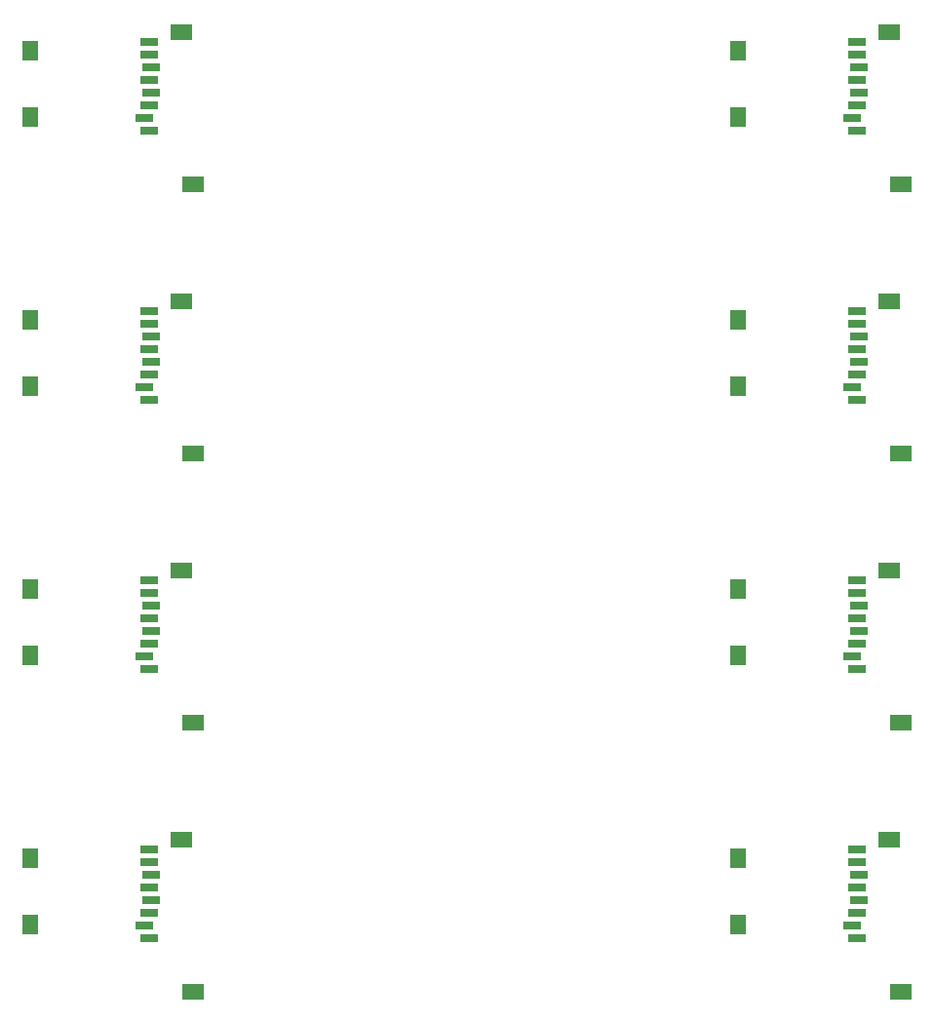
<source format=gbp>
G04 EAGLE Gerber RS-274X export*
G75*
%MOMM*%
%FSLAX34Y34*%
%LPD*%
%INSolderpaste Bottom*%
%IPPOS*%
%AMOC8*
5,1,8,0,0,1.08239X$1,22.5*%
G01*
%ADD10R,1.400000X1.800000*%
%ADD11R,1.900000X1.400000*%
%ADD12R,1.500000X0.800000*%


D10*
X387540Y91410D03*
X387540Y148410D03*
D11*
X519040Y164410D03*
X529040Y32910D03*
D12*
X490540Y79510D03*
X486540Y90510D03*
X490540Y101510D03*
X492540Y112510D03*
X490540Y123510D03*
X492540Y134510D03*
X490540Y145510D03*
X490540Y156510D03*
D10*
X1002220Y91410D03*
X1002220Y148410D03*
D11*
X1133720Y164410D03*
X1143720Y32910D03*
D12*
X1105220Y79510D03*
X1101220Y90510D03*
X1105220Y101510D03*
X1107220Y112510D03*
X1105220Y123510D03*
X1107220Y134510D03*
X1105220Y145510D03*
X1105220Y156510D03*
D10*
X387540Y325090D03*
X387540Y382090D03*
D11*
X519040Y398090D03*
X529040Y266590D03*
D12*
X490540Y313190D03*
X486540Y324190D03*
X490540Y335190D03*
X492540Y346190D03*
X490540Y357190D03*
X492540Y368190D03*
X490540Y379190D03*
X490540Y390190D03*
D10*
X1002220Y325090D03*
X1002220Y382090D03*
D11*
X1133720Y398090D03*
X1143720Y266590D03*
D12*
X1105220Y313190D03*
X1101220Y324190D03*
X1105220Y335190D03*
X1107220Y346190D03*
X1105220Y357190D03*
X1107220Y368190D03*
X1105220Y379190D03*
X1105220Y390190D03*
D10*
X387540Y558770D03*
X387540Y615770D03*
D11*
X519040Y631770D03*
X529040Y500270D03*
D12*
X490540Y546870D03*
X486540Y557870D03*
X490540Y568870D03*
X492540Y579870D03*
X490540Y590870D03*
X492540Y601870D03*
X490540Y612870D03*
X490540Y623870D03*
D10*
X1002220Y558770D03*
X1002220Y615770D03*
D11*
X1133720Y631770D03*
X1143720Y500270D03*
D12*
X1105220Y546870D03*
X1101220Y557870D03*
X1105220Y568870D03*
X1107220Y579870D03*
X1105220Y590870D03*
X1107220Y601870D03*
X1105220Y612870D03*
X1105220Y623870D03*
D10*
X387540Y792450D03*
X387540Y849450D03*
D11*
X519040Y865450D03*
X529040Y733950D03*
D12*
X490540Y780550D03*
X486540Y791550D03*
X490540Y802550D03*
X492540Y813550D03*
X490540Y824550D03*
X492540Y835550D03*
X490540Y846550D03*
X490540Y857550D03*
D10*
X1002220Y792450D03*
X1002220Y849450D03*
D11*
X1133720Y865450D03*
X1143720Y733950D03*
D12*
X1105220Y780550D03*
X1101220Y791550D03*
X1105220Y802550D03*
X1107220Y813550D03*
X1105220Y824550D03*
X1107220Y835550D03*
X1105220Y846550D03*
X1105220Y857550D03*
M02*

</source>
